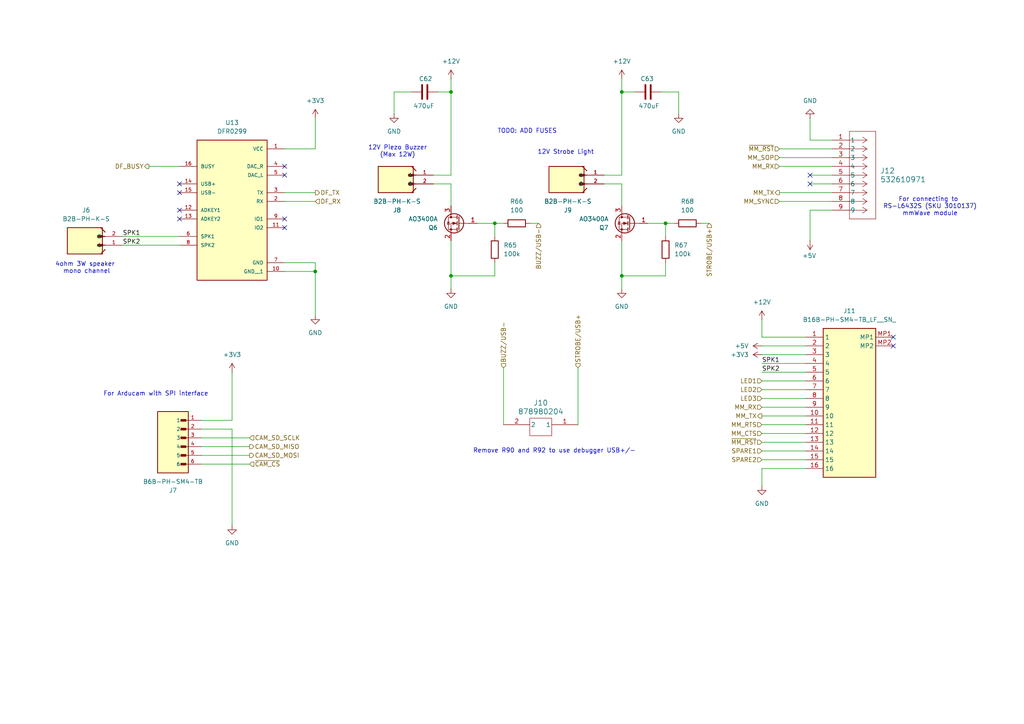
<source format=kicad_sch>
(kicad_sch (version 20250114) (generator "eeschema") (generator_version "9.0")
  (paper "A4")
  (lib_symbols
    (symbol "532610971:532610971" (pin_names (offset 0.254))
      (property "Reference" "J" (at 8.89 6.35 0))
      (property "Value" "532610971" (at 0 0 0))
      (symbol "532610971_1_1"
        (polyline (pts (xy 5.08 2.54) (xy 5.08 -22.86)) (stroke (width 0.127)))
        (polyline (pts (xy 5.08 -22.86) (xy 12.7 -22.86)) (stroke (width 0.127)))
        (polyline (pts (xy 10.16 0) (xy 5.08 0)) (stroke (width 0.127)))
        (polyline (pts (xy 10.16 0) (xy 8.89 0.8467)) (stroke (width 0.127)))
        (polyline (pts (xy 10.16 0) (xy 8.89 -0.8467)) (stroke (width 0.127)))
        (polyline (pts (xy 10.16 -2.54) (xy 5.08 -2.54)) (stroke (width 0.127)))
        (polyline (pts (xy 10.16 -2.54) (xy 8.89 -1.6933)) (stroke (width 0.127)))
        (polyline (pts (xy 10.16 -2.54) (xy 8.89 -3.3867)) (stroke (width 0.127)))
        (polyline (pts (xy 10.16 -5.08) (xy 5.08 -5.08)) (stroke (width 0.127)))
        (polyline (pts (xy 10.16 -5.08) (xy 8.89 -4.2333)) (stroke (width 0.127)))
        (polyline (pts (xy 10.16 -5.08) (xy 8.89 -5.9267)) (stroke (width 0.127)))
        (polyline (pts (xy 10.16 -7.62) (xy 5.08 -7.62)) (stroke (width 0.127)))
        (polyline (pts (xy 10.16 -7.62) (xy 8.89 -6.7733)) (stroke (width 0.127)))
        (polyline (pts (xy 10.16 -7.62) (xy 8.89 -8.4667)) (stroke (width 0.127)))
        (polyline (pts (xy 10.16 -10.16) (xy 5.08 -10.16)) (stroke (width 0.127)))
        (polyline (pts (xy 10.16 -10.16) (xy 8.89 -9.3133)) (stroke (width 0.127)))
        (polyline (pts (xy 10.16 -10.16) (xy 8.89 -11.0067)) (stroke (width 0.127)))
        (polyline (pts (xy 10.16 -12.7) (xy 5.08 -12.7)) (stroke (width 0.127)))
        (polyline (pts (xy 10.16 -12.7) (xy 8.89 -11.8533)) (stroke (width 0.127)))
        (polyline (pts (xy 10.16 -12.7) (xy 8.89 -13.5467)) (stroke (width 0.127)))
        (polyline (pts (xy 10.16 -15.24) (xy 5.08 -15.24)) (stroke (width 0.127)))
        (polyline (pts (xy 10.16 -15.24) (xy 8.89 -14.3933)) (stroke (width 0.127)))
        (polyline (pts (xy 10.16 -15.24) (xy 8.89 -16.0867)) (stroke (width 0.127)))
        (polyline (pts (xy 10.16 -17.78) (xy 5.08 -17.78)) (stroke (width 0.127)))
        (polyline (pts (xy 10.16 -17.78) (xy 8.89 -16.9333)) (stroke (width 0.127)))
        (polyline (pts (xy 10.16 -17.78) (xy 8.89 -18.6267)) (stroke (width 0.127)))
        (polyline (pts (xy 10.16 -20.32) (xy 5.08 -20.32)) (stroke (width 0.127)))
        (polyline (pts (xy 10.16 -20.32) (xy 8.89 -19.4733)) (stroke (width 0.127)))
        (polyline (pts (xy 10.16 -20.32) (xy 8.89 -21.1667)) (stroke (width 0.127)))
        (polyline (pts (xy 12.7 2.54) (xy 5.08 2.54)) (stroke (width 0.127)))
        (polyline (pts (xy 12.7 -22.86) (xy 12.7 2.54)) (stroke (width 0.127)))
        (pin unspecified line (at 0 0 0) (length 5.08) (name "1") (number "1"))
        (pin unspecified line (at 0 -2.54 0) (length 5.08) (name "2") (number "2"))
        (pin unspecified line (at 0 -5.08 0) (length 5.08) (name "3") (number "3"))
        (pin unspecified line (at 0 -7.62 0) (length 5.08) (name "4") (number "4"))
        (pin unspecified line (at 0 -10.16 0) (length 5.08) (name "5") (number "5"))
        (pin unspecified line (at 0 -12.7 0) (length 5.08) (name "6") (number "6"))
        (pin unspecified line (at 0 -15.24 0) (length 5.08) (name "7") (number "7"))
        (pin unspecified line (at 0 -17.78 0) (length 5.08) (name "8") (number "8"))
        (pin unspecified line (at 0 -20.32 0) (length 5.08) (name "9") (number "9"))
      )
      (symbol "532610971_1_2"
        (polyline (pts (xy 5.08 2.54) (xy 5.08 -22.86)) (stroke (width 0.127)))
        (polyline (pts (xy 5.08 -22.86) (xy 12.7 -22.86)) (stroke (width 0.127)))
        (polyline (pts (xy 7.62 0) (xy 5.08 0)) (stroke (width 0.127)))
        (polyline (pts (xy 7.62 0) (xy 8.89 0.8467)) (stroke (width 0.127)))
        (polyline (pts (xy 7.62 0) (xy 8.89 -0.8467)) (stroke (width 0.127)))
        (polyline (pts (xy 7.62 -2.54) (xy 5.08 -2.54)) (stroke (width 0.127)))
        (polyline (pts (xy 7.62 -2.54) (xy 8.89 -1.6933)) (stroke (width 0.127)))
        (polyline (pts (xy 7.62 -2.54) (xy 8.89 -3.3867)) (stroke (width 0.127)))
        (polyline (pts (xy 7.62 -5.08) (xy 5.08 -5.08)) (stroke (width 0.127)))
        (polyline (pts (xy 7.62 -5.08) (xy 8.89 -4.2333)) (stroke (width 0.127)))
        (polyline (pts (xy 7.62 -5.08) (xy 8.89 -5.9267)) (stroke (width 0.127)))
        (polyline (pts (xy 7.62 -7.62) (xy 5.08 -7.62)) (stroke (width 0.127)))
        (polyline (pts (xy 7.62 -7.62) (xy 8.89 -6.7733)) (stroke (width 0.127)))
        (polyline (pts (xy 7.62 -7.62) (xy 8.89 -8.4667)) (stroke (width 0.127)))
        (polyline (pts (xy 7.62 -10.16) (xy 5.08 -10.16)) (stroke (width 0.127)))
        (polyline (pts (xy 7.62 -10.16) (xy 8.89 -9.3133)) (stroke (width 0.127)))
        (polyline (pts (xy 7.62 -10.16) (xy 8.89 -11.0067)) (stroke (width 0.127)))
        (polyline (pts (xy 7.62 -12.7) (xy 5.08 -12.7)) (stroke (width 0.127)))
        (polyline (pts (xy 7.62 -12.7) (xy 8.89 -11.8533)) (stroke (width 0.127)))
        (polyline (pts (xy 7.62 -12.7) (xy 8.89 -13.5467)) (stroke (width 0.127)))
        (polyline (pts (xy 7.62 -15.24) (xy 5.08 -15.24)) (stroke (width 0.127)))
        (polyline (pts (xy 7.62 -15.24) (xy 8.89 -14.3933)) (stroke (width 0.127)))
        (polyline (pts (xy 7.62 -15.24) (xy 8.89 -16.0867)) (stroke (width 0.127)))
        (polyline (pts (xy 7.62 -17.78) (xy 5.08 -17.78)) (stroke (width 0.127)))
        (polyline (pts (xy 7.62 -17.78) (xy 8.89 -16.9333)) (stroke (width 0.127)))
        (polyline (pts (xy 7.62 -17.78) (xy 8.89 -18.6267)) (stroke (width 0.127)))
        (polyline (pts (xy 7.62 -20.32) (xy 5.08 -20.32)) (stroke (width 0.127)))
        (polyline (pts (xy 7.62 -20.32) (xy 8.89 -19.4733)) (stroke (width 0.127)))
        (polyline (pts (xy 7.62 -20.32) (xy 8.89 -21.1667)) (stroke (width 0.127)))
        (polyline (pts (xy 12.7 2.54) (xy 5.08 2.54)) (stroke (width 0.127)))
        (polyline (pts (xy 12.7 -22.86) (xy 12.7 2.54)) (stroke (width 0.127)))
        (pin unspecified line (at 0 0 0) (length 5.08) (name "1") (number "1"))
        (pin unspecified line (at 0 -2.54 0) (length 5.08) (name "2") (number "2"))
        (pin unspecified line (at 0 -5.08 0) (length 5.08) (name "3") (number "3"))
        (pin unspecified line (at 0 -7.62 0) (length 5.08) (name "4") (number "4"))
        (pin unspecified line (at 0 -10.16 0) (length 5.08) (name "5") (number "5"))
        (pin unspecified line (at 0 -12.7 0) (length 5.08) (name "6") (number "6"))
        (pin unspecified line (at 0 -15.24 0) (length 5.08) (name "7") (number "7"))
        (pin unspecified line (at 0 -17.78 0) (length 5.08) (name "8") (number "8"))
        (pin unspecified line (at 0 -20.32 0) (length 5.08) (name "9") (number "9"))
      )
    )
    (symbol "87898-0204:878980204" (pin_names (offset 0.254))
      (property "Reference" "J" (at 20.32 10.16 0))
      (property "Value" "878980204" (at 20.32 7.62 0))
      (symbol "878980204_0_1"
        (polyline (pts (xy 16.51 3.175) (xy 16.51 -1.905)) (stroke (width 0.127)))
        (polyline (pts (xy 16.51 -1.905) (xy 22.86 -1.905)) (stroke (width 0.127)))
        (polyline (pts (xy 22.86 3.175) (xy 16.51 3.175)) (stroke (width 0.127)))
        (polyline (pts (xy 22.86 -1.905) (xy 22.86 3.175)) (stroke (width 0.127)))
        (pin unspecified line (at 8.89 0 0) (length 7.62) (name "1") (number "1"))
        (pin unspecified line (at 30.48 0 180) (length 7.62) (name "2") (number "2"))
      )
    )
    (symbol "B16B-PH-SM4-TB_LF__SN_:B16B-PH-SM4-TB_LF__SN_"
      (property "Reference" "J" (at 21.59 7.62 0))
      (property "Value" "B16B-PH-SM4-TB_LF__SN_" (at 21.59 5.08 0))
      (symbol "B16B-PH-SM4-TB_LF__SN__1_1"
        (rectangle (start 5.08 2.54) (end 20.32 -40.64) (stroke (width 0.254)) (fill (type background)))
        (pin passive line (at 0 0 0) (length 5.08) (name "1") (number "1"))
        (pin passive line (at 0 -2.54 0) (length 5.08) (name "2") (number "2"))
        (pin passive line (at 0 -5.08 0) (length 5.08) (name "3") (number "3"))
        (pin passive line (at 0 -7.62 0) (length 5.08) (name "4") (number "4"))
        (pin passive line (at 0 -10.16 0) (length 5.08) (name "5") (number "5"))
        (pin passive line (at 0 -12.7 0) (length 5.08) (name "6") (number "6"))
        (pin passive line (at 0 -15.24 0) (length 5.08) (name "7") (number "7"))
        (pin passive line (at 0 -17.78 0) (length 5.08) (name "8") (number "8"))
        (pin passive line (at 0 -20.32 0) (length 5.08) (name "9") (number "9"))
        (pin passive line (at 0 -22.86 0) (length 5.08) (name "10") (number "10"))
        (pin passive line (at 0 -25.4 0) (length 5.08) (name "11") (number "11"))
        (pin passive line (at 0 -27.94 0) (length 5.08) (name "12") (number "12"))
        (pin passive line (at 0 -30.48 0) (length 5.08) (name "13") (number "13"))
        (pin passive line (at 0 -33.02 0) (length 5.08) (name "14") (number "14"))
        (pin passive line (at 0 -35.56 0) (length 5.08) (name "15") (number "15"))
        (pin passive line (at 0 -38.1 0) (length 5.08) (name "16") (number "16"))
        (pin passive line (at 25.4 0 180) (length 5.08) (name "MP1") (number "MP1"))
        (pin passive line (at 25.4 -2.54 180) (length 5.08) (name "MP2") (number "MP2"))
      )
    )
    (symbol "B2B-PH-K-S:B2B-PH-K-S" (pin_names (offset 1.016))
      (property "Reference" "J" (at -5.58 5.08 0))
      (property "Value" "B2B-PH-K-S" (at -5.08 -5.08 0))
      (symbol "B2B-PH-K-S_0_0"
        (polyline (pts (xy -5.08 3.81) (xy -3.81 5.08)) (stroke (width 0.254)))
        (polyline (pts (xy -5.08 2.54) (xy -3.175 2.54)) (stroke (width 0.254)))
        (polyline (pts (xy -5.08 0) (xy -3.175 0)) (stroke (width 0.254)))
        (polyline (pts (xy -5.08 -1.27) (xy -3.81 -2.54)) (stroke (width 0.254)))
        (rectangle (start -4.445 2.2225) (end -2.8575 2.8575) (stroke (width 0.1)) (fill (type outline)))
        (rectangle (start -4.445 -0.3175) (end -2.8575 0.3175) (stroke (width 0.1)) (fill (type outline)))
        (rectangle (start -4.2863 -2.54) (end 5.8738 5.08) (stroke (width 0.254)) (fill (type background)))
        (pin passive line (at -10.16 2.54 0) (length 5.08) (name "1") (number "1"))
        (pin passive line (at -10.16 0 0) (length 5.08) (name "2") (number "2"))
      )
    )
    (symbol "B6B-PH-SM4-TB:B6B-PH-SM4-TB" (pin_names (offset 1.016))
      (property "Reference" "J" (at -2.54 8.382 0))
      (property "Value" "B6B-PH-SM4-TB" (at -2.54 -12.7 0))
      (symbol "B6B-PH-SM4-TB_0_0"
        (rectangle (start -3.81 -10.16) (end 5.08 7.62) (stroke (width 0.254)) (fill (type background)))
        (rectangle (start -3.175 4.7625) (end -1.5875 5.3975) (stroke (width 0.1)) (fill (type outline)))
        (rectangle (start -3.175 2.2225) (end -1.5875 2.8575) (stroke (width 0.1)) (fill (type outline)))
        (rectangle (start -3.175 -0.3175) (end -1.5875 0.3175) (stroke (width 0.1)) (fill (type outline)))
        (rectangle (start -3.175 -2.8575) (end -1.5875 -2.2225) (stroke (width 0.1)) (fill (type outline)))
        (rectangle (start -3.175 -5.3975) (end -1.5875 -4.7625) (stroke (width 0.1)) (fill (type outline)))
        (rectangle (start -3.175 -7.9375) (end -1.5875 -7.3025) (stroke (width 0.1)) (fill (type outline)))
        (pin passive line (at -7.62 5.08 0) (length 5.08) (name "1") (number "1"))
        (pin passive line (at -7.62 2.54 0) (length 5.08) (name "2") (number "2"))
        (pin passive line (at -7.62 0 0) (length 5.08) (name "3") (number "3"))
        (pin passive line (at -7.62 -2.54 0) (length 5.08) (name "4") (number "4"))
        (pin passive line (at -7.62 -5.08 0) (length 5.08) (name "5") (number "5"))
        (pin passive line (at -7.62 -7.62 0) (length 5.08) (name "6") (number "6"))
      )
    )
    (symbol "DFR0299:DFR0299" (pin_names (offset 1.016))
      (property "Reference" "U" (at -10.16 18.542 0))
      (property "Value" "DFR0299" (at -10.16 -25.4 0))
      (symbol "DFR0299_0_0"
        (rectangle (start -10.16 -22.86) (end 10.16 17.78) (stroke (width 0.254)) (fill (type background)))
        (pin input line (at -15.24 10.16 0) (length 5.08) (name "BUSY") (number "16"))
        (pin input line (at -15.24 5.08 0) (length 5.08) (name "USB+") (number "14"))
        (pin input line (at -15.24 2.54 0) (length 5.08) (name "USB-") (number "15"))
        (pin input line (at -15.24 -2.54 0) (length 5.08) (name "ADKEY1") (number "12"))
        (pin input line (at -15.24 -5.08 0) (length 5.08) (name "ADKEY2") (number "13"))
        (pin passive line (at -15.24 -10.16 0) (length 5.08) (name "SPK1") (number "6"))
        (pin passive line (at -15.24 -12.7 0) (length 5.08) (name "SPK2") (number "8"))
        (pin power_in line (at 15.24 15.24 180) (length 5.08) (name "VCC") (number "1"))
        (pin output line (at 15.24 10.16 180) (length 5.08) (name "DAC_R") (number "4"))
        (pin output line (at 15.24 7.62 180) (length 5.08) (name "DAC_L") (number "5"))
        (pin output line (at 15.24 2.54 180) (length 5.08) (name "TX") (number "3"))
        (pin input line (at 15.24 0 180) (length 5.08) (name "RX") (number "2"))
        (pin bidirectional line (at 15.24 -5.08 180) (length 5.08) (name "IO1") (number "9"))
        (pin bidirectional line (at 15.24 -7.62 180) (length 5.08) (name "IO2") (number "11"))
        (pin power_in line (at 15.24 -17.78 180) (length 5.08) (name "GND") (number "7"))
        (pin power_in line (at 15.24 -20.32 180) (length 5.08) (name "GND__1") (number "10"))
      )
    )
    (symbol "Device:C" (pin_numbers (hide yes)) (pin_names (offset 0.254))
      (property "Reference" "C" (at 0.635 2.54 0))
      (property "Value" "C" (at 0.635 -2.54 0))
      (symbol "C_0_1"
        (polyline (pts (xy -2.032 0.762) (xy 2.032 0.762)) (stroke (width 0.508)))
        (polyline (pts (xy -2.032 -0.762) (xy 2.032 -0.762)) (stroke (width 0.508)))
      )
      (symbol "C_1_1"
        (pin passive line (at 0 3.81 270) (length 2.794) (name "~") (number "1"))
        (pin passive line (at 0 -3.81 90) (length 2.794) (name "~") (number "2"))
      )
    )
    (symbol "Device:R" (pin_numbers (hide yes)) (pin_names (offset 0))
      (property "Reference" "R" (at 2.032 0 90))
      (property "Value" "R" (at 0 0 90))
      (symbol "R_0_1"
        (rectangle (start -1.016 -2.54) (end 1.016 2.54) (stroke (width 0.254)))
      )
      (symbol "R_1_1"
        (pin passive line (at 0 3.81 270) (length 1.27) (name "~") (number "1"))
        (pin passive line (at 0 -3.81 90) (length 1.27) (name "~") (number "2"))
      )
    )
    (symbol "Transistor_FET:AO3400A" (pin_names (offset 0) (hide yes))
      (property "Reference" "Q" (at 5.08 1.905 0))
      (property "Value" "AO3400A" (at 5.08 0 0))
      (symbol "AO3400A_0_1"
        (polyline (pts (xy 0.254 1.905) (xy 0.254 -1.905)) (stroke (width 0.254)))
        (polyline (pts (xy 0.254 0) (xy -2.54 0)))
        (polyline (pts (xy 0.762 2.286) (xy 0.762 1.27)) (stroke (width 0.254)))
        (polyline (pts (xy 0.762 0.508) (xy 0.762 -0.508)) (stroke (width 0.254)))
        (polyline (pts (xy 0.762 -1.27) (xy 0.762 -2.286)) (stroke (width 0.254)))
        (polyline (pts (xy 0.762 -1.778) (xy 3.302 -1.778) (xy 3.302 1.778) (xy 0.762 1.778)))
        (polyline (pts (xy 1.016 0) (xy 2.032 0.381) (xy 2.032 -0.381) (xy 1.016 0)) (fill (type outline)))
        (circle (center 1.651 0) (radius 2.794) (stroke (width 0.254)))
        (polyline (pts (xy 2.54 2.54) (xy 2.54 1.778)))
        (circle (center 2.54 1.778) (radius 0.254) (fill (type outline)))
        (circle (center 2.54 -1.778) (radius 0.254) (fill (type outline)))
        (polyline (pts (xy 2.54 -2.54) (xy 2.54 0) (xy 0.762 0)))
        (polyline (pts (xy 2.921 0.381) (xy 3.683 0.381)))
        (polyline (pts (xy 3.302 0.381) (xy 2.921 -0.254) (xy 3.683 -0.254) (xy 3.302 0.381)))
      )
      (symbol "AO3400A_1_1"
        (pin input line (at -5.08 0 0) (length 2.54) (name "G") (number "1"))
        (pin passive line (at 2.54 5.08 270) (length 2.54) (name "D") (number "3"))
        (pin passive line (at 2.54 -5.08 90) (length 2.54) (name "S") (number "2"))
      )
    )
    (symbol "power:+12V" (power) (pin_numbers (hide yes)) (pin_names (offset 0) (hide yes))
      (property "Value" "+12V" (at 0 3.556 0))
      (symbol "+12V_0_1"
        (polyline (pts (xy -0.762 1.27) (xy 0 2.54)))
        (polyline (pts (xy 0 2.54) (xy 0.762 1.27)))
        (polyline (pts (xy 0 0) (xy 0 2.54)))
      )
      (symbol "+12V_1_1"
        (pin power_in line (at 0 0 90) (length 0) (name "~") (number "1"))
      )
    )
    (symbol "power:+3V3" (power) (pin_numbers (hide yes)) (pin_names (offset 0) (hide yes))
      (property "Value" "+3V3" (at 0 3.556 0))
      (symbol "+3V3_0_1"
        (polyline (pts (xy -0.762 1.27) (xy 0 2.54)))
        (polyline (pts (xy 0 2.54) (xy 0.762 1.27)))
        (polyline (pts (xy 0 0) (xy 0 2.54)))
      )
      (symbol "+3V3_1_1"
        (pin power_in line (at 0 0 90) (length 0) (name "~") (number "1"))
      )
    )
    (symbol "power:+5V" (power) (pin_numbers (hide yes)) (pin_names (offset 0) (hide yes))
      (property "Value" "+5V" (at 0 3.556 0))
      (symbol "+5V_0_1"
        (polyline (pts (xy -0.762 1.27) (xy 0 2.54)))
        (polyline (pts (xy 0 2.54) (xy 0.762 1.27)))
        (polyline (pts (xy 0 0) (xy 0 2.54)))
      )
      (symbol "+5V_1_1"
        (pin power_in line (at 0 0 90) (length 0) (name "~") (number "1"))
      )
    )
    (symbol "power:GND" (power) (pin_numbers (hide yes)) (pin_names (offset 0) (hide yes))
      (property "Value" "GND" (at 0 -3.81 0))
      (symbol "GND_0_1"
        (polyline (pts (xy 0 0) (xy 0 -1.27) (xy 1.27 -1.27) (xy 0 -2.54) (xy -1.27 -1.27) (xy 0 -1.27)))
      )
      (symbol "GND_1_1"
        (pin power_in line (at 0 0 270) (length 0) (name "~") (number "1"))
      )
    )
  )
  (text "TODO: ADD FUSES" (at 152.908 38.1 0) (effects (font (size 1.27 1.27))))
  (text "12V Strobe Light\n" (at 164.084 44.196 0) (effects (font (size 1.27 1.27))))
  (text "Remove R90 and R92 to use debugger USB+/-" (at 160.782 130.81 0) (effects (font (size 1.27 1.27))))
  (text "12V Piezo Buzzer\n(Max 12W)" (at 115.316 43.942 0) (effects (font (size 1.27 1.27))))
  (text "4ohm 3W speaker \nmono channel" (at 25.146 77.724 0) (effects (font (size 1.27 1.27))))
  (text "For connecting to \nRS-L6432S (SKU 3010137)\nmmWave module" (at 269.748 59.944 0) (effects (font (size 1.27 1.27))))
  (text "For Arducam with SPI interface" (at 45.212 114.3 0) (effects (font (size 1.27 1.27))))
  (junction (at 143.51 64.77))
  (junction (at 130.81 80.01))
  (junction (at 193.04 64.77))
  (junction (at 180.34 26.67))
  (junction (at 91.44 78.74))
  (junction (at 180.34 80.01))
  (junction (at 130.81 26.67))
  (no_connect (at 52.07 53.34))
  (no_connect (at 52.07 63.5))
  (no_connect (at 234.95 53.34))
  (no_connect (at 259.08 100.33))
  (no_connect (at 52.07 60.96))
  (no_connect (at 82.55 63.5))
  (no_connect (at 82.55 48.26))
  (no_connect (at 234.95 50.8))
  (no_connect (at 82.55 66.04))
  (no_connect (at 259.08 97.79))
  (no_connect (at 82.55 50.8))
  (no_connect (at 52.07 55.88))
  (wire (pts (xy 91.44 43.18) (xy 91.44 34.29)))
  (wire (pts (xy 220.98 110.49) (xy 233.68 110.49)))
  (wire (pts (xy 226.06 43.18) (xy 241.3 43.18)))
  (wire (pts (xy 234.95 50.8) (xy 241.3 50.8)))
  (wire (pts (xy 35.56 68.58) (xy 52.07 68.58)))
  (wire (pts (xy 180.34 26.67) (xy 180.34 50.8)))
  (wire (pts (xy 125.73 50.8) (xy 130.81 50.8)))
  (wire (pts (xy 114.3 33.02) (xy 114.3 26.67)))
  (wire (pts (xy 180.34 22.86) (xy 180.34 26.67)))
  (wire (pts (xy 143.51 64.77) (xy 138.43 64.77)))
  (wire (pts (xy 167.64 106.68) (xy 167.64 123.19)))
  (wire (pts (xy 196.85 33.02) (xy 196.85 26.67)))
  (wire (pts (xy 234.95 40.64) (xy 234.95 34.29)))
  (wire (pts (xy 143.51 64.77) (xy 146.05 64.77)))
  (wire (pts (xy 220.98 133.35) (xy 233.68 133.35)))
  (wire (pts (xy 175.26 50.8) (xy 180.34 50.8)))
  (wire (pts (xy 130.81 53.34) (xy 125.73 53.34)))
  (wire (pts (xy 193.04 76.2) (xy 193.04 80.01)))
  (wire (pts (xy 130.81 69.85) (xy 130.81 80.01)))
  (wire (pts (xy 220.98 107.95) (xy 233.68 107.95)))
  (wire (pts (xy 220.98 125.73) (xy 233.68 125.73)))
  (wire (pts (xy 130.81 22.86) (xy 130.81 26.67)))
  (wire (pts (xy 193.04 64.77) (xy 187.96 64.77)))
  (wire (pts (xy 220.98 135.89) (xy 233.68 135.89)))
  (wire (pts (xy 220.98 123.19) (xy 233.68 123.19)))
  (wire (pts (xy 91.44 78.74) (xy 91.44 91.44)))
  (wire (pts (xy 91.44 76.2) (xy 91.44 78.74)))
  (wire (pts (xy 196.85 26.67) (xy 191.77 26.67)))
  (wire (pts (xy 226.06 45.72) (xy 241.3 45.72)))
  (wire (pts (xy 233.68 97.79) (xy 220.98 97.79)))
  (wire (pts (xy 220.98 100.33) (xy 233.68 100.33)))
  (wire (pts (xy 35.56 71.12) (xy 52.07 71.12)))
  (wire (pts (xy 146.05 106.68) (xy 146.05 123.19)))
  (wire (pts (xy 180.34 69.85) (xy 180.34 80.01)))
  (wire (pts (xy 43.18 48.26) (xy 52.07 48.26)))
  (wire (pts (xy 82.55 76.2) (xy 91.44 76.2)))
  (wire (pts (xy 127 26.67) (xy 130.81 26.67)))
  (wire (pts (xy 226.06 55.88) (xy 241.3 55.88)))
  (wire (pts (xy 220.98 118.11) (xy 233.68 118.11)))
  (wire (pts (xy 130.81 53.34) (xy 130.81 59.69)))
  (wire (pts (xy 58.42 132.08) (xy 72.39 132.08)))
  (wire (pts (xy 58.42 124.46) (xy 67.31 124.46)))
  (wire (pts (xy 82.55 58.42) (xy 91.44 58.42)))
  (wire (pts (xy 180.34 53.34) (xy 175.26 53.34)))
  (wire (pts (xy 130.81 26.67) (xy 130.81 50.8)))
  (wire (pts (xy 226.06 58.42) (xy 241.3 58.42)))
  (wire (pts (xy 82.55 78.74) (xy 91.44 78.74)))
  (wire (pts (xy 180.34 80.01) (xy 180.34 83.82)))
  (wire (pts (xy 220.98 102.87) (xy 233.68 102.87)))
  (wire (pts (xy 193.04 80.01) (xy 180.34 80.01)))
  (wire (pts (xy 220.98 128.27) (xy 233.68 128.27)))
  (wire (pts (xy 143.51 68.58) (xy 143.51 64.77)))
  (wire (pts (xy 241.3 60.96) (xy 234.95 60.96)))
  (wire (pts (xy 220.98 113.03) (xy 233.68 113.03)))
  (wire (pts (xy 226.06 48.26) (xy 241.3 48.26)))
  (wire (pts (xy 220.98 115.57) (xy 233.68 115.57)))
  (wire (pts (xy 82.55 43.18) (xy 91.44 43.18)))
  (wire (pts (xy 220.98 105.41) (xy 233.68 105.41)))
  (wire (pts (xy 143.51 80.01) (xy 130.81 80.01)))
  (wire (pts (xy 180.34 53.34) (xy 180.34 59.69)))
  (wire (pts (xy 184.15 26.67) (xy 180.34 26.67)))
  (wire (pts (xy 203.2 64.77) (xy 205.74 64.77)))
  (wire (pts (xy 58.42 127) (xy 72.39 127)))
  (wire (pts (xy 58.42 129.54) (xy 72.39 129.54)))
  (wire (pts (xy 58.42 134.62) (xy 72.39 134.62)))
  (wire (pts (xy 67.31 124.46) (xy 67.31 152.4)))
  (wire (pts (xy 220.98 92.71) (xy 220.98 97.79)))
  (wire (pts (xy 241.3 40.64) (xy 234.95 40.64)))
  (wire (pts (xy 58.42 121.92) (xy 67.31 121.92)))
  (wire (pts (xy 193.04 68.58) (xy 193.04 64.77)))
  (wire (pts (xy 193.04 64.77) (xy 195.58 64.77)))
  (wire (pts (xy 234.95 60.96) (xy 234.95 69.85)))
  (wire (pts (xy 220.98 130.81) (xy 233.68 130.81)))
  (wire (pts (xy 82.55 55.88) (xy 91.44 55.88)))
  (wire (pts (xy 234.95 53.34) (xy 241.3 53.34)))
  (wire (pts (xy 220.98 120.65) (xy 233.68 120.65)))
  (wire (pts (xy 67.31 107.95) (xy 67.31 121.92)))
  (wire (pts (xy 114.3 26.67) (xy 119.38 26.67)))
  (wire (pts (xy 130.81 80.01) (xy 130.81 83.82)))
  (wire (pts (xy 220.98 140.97) (xy 220.98 135.89)))
  (wire (pts (xy 143.51 76.2) (xy 143.51 80.01)))
  (wire (pts (xy 153.67 64.77) (xy 156.21 64.77)))
  (label "SPK2" (at 220.98 107.95 0))
  (label "SPK2" (at 35.56 71.12 0))
  (label "SPK1" (at 220.98 105.41 0))
  (label "SPK1" (at 35.56 68.58 0))
  (hierarchical_label "MM_TX" (shape output) (at 226.06 55.88 180))
  (hierarchical_label "SPARE2" (shape input) (at 220.98 133.35 180))
  (hierarchical_label "~{CAM_CS}" (shape input) (at 72.39 134.62 0))
  (hierarchical_label "STROBE{slash}USB+" (shape input) (at 205.74 64.77 270))
  (hierarchical_label "LED1" (shape input) (at 220.98 110.49 180))
  (hierarchical_label "~{MM_RST}" (shape input) (at 220.98 128.27 180))
  (hierarchical_label "BUZZ{slash}USB-" (shape input) (at 156.21 64.77 270))
  (hierarchical_label "CAM_SD_MOSI" (shape output) (at 72.39 132.08 0))
  (hierarchical_label "MM_RX" (shape input) (at 220.98 118.11 180))
  (hierarchical_label "MM_SOP" (shape input) (at 226.06 45.72 180))
  (hierarchical_label "MM_RTS" (shape input) (at 220.98 123.19 180))
  (hierarchical_label "DF_TX" (shape output) (at 91.44 55.88 0))
  (hierarchical_label "DF_BUSY" (shape output) (at 43.18 48.26 180))
  (hierarchical_label "CAM_SD_MISO" (shape output) (at 72.39 129.54 0))
  (hierarchical_label "MM_CTS" (shape input) (at 220.98 125.73 180))
  (hierarchical_label "MM_RX" (shape input) (at 226.06 48.26 180))
  (hierarchical_label "CAM_SD_SCLK" (shape input) (at 72.39 127 0))
  (hierarchical_label "LED2" (shape input) (at 220.98 113.03 180))
  (hierarchical_label "~{MM_RST}" (shape input) (at 226.06 43.18 180))
  (hierarchical_label "BUZZ{slash}USB-" (shape input) (at 146.05 106.68 90))
  (hierarchical_label "STROBE{slash}USB+" (shape input) (at 167.64 106.68 90))
  (hierarchical_label "DF_RX" (shape input) (at 91.44 58.42 0))
  (hierarchical_label "SPARE1" (shape input) (at 220.98 130.81 180))
  (hierarchical_label "MM_SYNC" (shape input) (at 226.06 58.42 180))
  (hierarchical_label "MM_TX" (shape output) (at 220.98 120.65 180))
  (hierarchical_label "LED3" (shape input) (at 220.98 115.57 180))
  (symbol (lib_id "power:+12V") (at 180.34 22.86 0) (unit 1)
    (property "Reference" "#PWR0112" (effects (hide yes)))
    (property "Value" "+12V" (at 180.34 17.78 0))
    (property "Description" "Power symbol creates a global label with name \"+12V\"" (effects (hide yes)))
  )
  (symbol (lib_id "DFR0299:DFR0299") (at 67.31 58.42 0) (unit 1)
    (property "Reference" "U13" (at 67.31 35.56 0))
    (property "Value" "DFR0299" (at 67.31 38.1 0))
    (property "Footprint" "DFR0299:MODULE_DFR0299" (effects (hide yes)))
    (property "MF" "DFRobot" (effects (hide yes)))
    (property "DESCRIPTION" "Dfplayer - a Mini Mp3 Player" (effects (hide yes)))
    (property "PACKAGE" "None" (effects (hide yes)))
    (property "PRICE" "None" (effects (hide yes)))
    (property "MP" "DFR0299" (effects (hide yes)))
    (property "AVAILABILITY" "Unavailable" (effects (hide yes)))
  )
  (symbol (lib_id "power:+12V") (at 220.98 92.71 0) (unit 1)
    (property "Reference" "#PWR0115" (effects (hide yes)))
    (property "Value" "+12V" (at 220.98 87.63 0))
    (property "Description" "Power symbol creates a global label with name \"+12V\"" (effects (hide yes)))
  )
  (symbol (lib_id "power:GND") (at 130.81 83.82 0) (unit 1)
    (property "Reference" "#PWR0111" (effects (hide yes)))
    (property "Value" "GND" (at 130.81 88.9 0))
    (property "Description" "Power symbol creates a global label with name \"GND\" , ground" (effects (hide yes)))
  )
  (symbol (lib_id "power:+5V") (at 220.98 100.33 90) (unit 1)
    (property "Reference" "#PWR0116" (effects (hide yes)))
    (property "Value" "+5V" (at 217.17 100.3299 90) (effects (justify left)))
    (property "Description" "Power symbol creates a global label with name \"+5V\"" (effects (hide yes)))
  )
  (symbol (lib_id "power:GND") (at 180.34 83.82 0) (unit 1)
    (property "Reference" "#PWR0113" (effects (hide yes)))
    (property "Value" "GND" (at 180.34 88.9 0))
    (property "Description" "Power symbol creates a global label with name \"GND\" , ground" (effects (hide yes)))
  )
  (symbol (lib_id "B16B-PH-SM4-TB_LF__SN_:B16B-PH-SM4-TB_LF__SN_") (at 233.68 97.79 0) (unit 1)
    (property "Reference" "J11" (at 246.38 90.17 0))
    (property "Value" "B16B-PH-SM4-TB_LF__SN_" (at 246.38 92.71 0))
    (property "Footprint" "B16B-PH-SM4-TB_LF__SN_:B16BPHSM4TBLFSN" (effects (hide yes)))
    (property "Datasheet" "http://www.jst-mfg.com/product/pdf/eng/ePH.pdf" (effects (hide yes)))
    (property "Description" "CONN HEADER SMD 16POS 2MM" (effects (hide yes)))
    (property "Height" "6.6" (effects (hide yes)))
    (property "Manufacturer_Name" "JST (JAPAN SOLDERLESS TERMINALS)" (effects (hide yes)))
    (property "Manufacturer_Part_Number" "B16B-PH-SM4-TB(LF)(SN)" (effects (hide yes)))
    (property "Mouser Part Number" "306-B16BPHSM4TBLFSN" (effects (hide yes)))
    (property "Mouser Price/Stock" "https://www.mouser.co.uk/ProductDetail/JST-Commercial/B16B-PH-SM4-TBLFSN?qs=QpmGXVUTftHbk9%252BolgVqeQ%3D%3D" (effects (hide yes)))
  )
  (symbol (lib_id "power:+3V3") (at 91.44 34.29 0) (unit 1)
    (property "Reference" "#PWR0107" (effects (hide yes)))
    (property "Value" "+3V3" (at 91.44 29.21 0))
    (property "Description" "Power symbol creates a global label with name \"+3V3\"" (effects (hide yes)))
  )
  (symbol (lib_id "Device:R") (at 199.39 64.77 90) (unit 1)
    (property "Reference" "R68" (at 199.39 58.42 90))
    (property "Value" "100" (at 199.39 60.96 90))
    (property "Footprint" "Resistor_SMD:R_0603_1608Metric" (effects (hide yes)))
    (property "Description" "Resistor" (effects (hide yes)))
  )
  (symbol (lib_id "B2B-PH-K-S:B2B-PH-K-S") (at 165.1 53.34 0) (mirror y) (unit 1)
    (property "Reference" "J9" (at 164.7031 60.96 0))
    (property "Value" "B2B-PH-K-S" (at 164.7031 58.42 0))
    (property "Footprint" "B2B-PH-K-S:JST_B2B-PH-K-S" (effects (hide yes)))
    (property "MANUFACTURER" "JST" (effects (hide yes)))
  )
  (symbol (lib_id "Device:C") (at 187.96 26.67 270) (mirror x) (unit 1)
    (property "Reference" "C63" (at 187.706 22.86 90))
    (property "Value" "470uF" (at 188.214 30.734 90))
    (property "Footprint" "Capacitor_THT:CP_Radial_D10.0mm_P5.00mm" (effects (hide yes)))
    (property "Description" "Unpolarized capacitor" (effects (hide yes)))
  )
  (symbol (lib_id "Device:R") (at 143.51 72.39 0) (unit 1)
    (property "Reference" "R65" (at 146.05 71.1199 0) (effects (justify left)))
    (property "Value" "100k" (at 146.05 73.6599 0) (effects (justify left)))
    (property "Footprint" "Resistor_SMD:R_0603_1608Metric" (effects (hide yes)))
    (property "Description" "Resistor" (effects (hide yes)))
  )
  (symbol (lib_id "B6B-PH-SM4-TB:B6B-PH-SM4-TB") (at 50.8 127 0) (mirror y) (unit 1)
    (property "Reference" "J7" (at 50.165 142.24 0))
    (property "Value" "B6B-PH-SM4-TB" (at 50.165 139.7 0))
    (property "Footprint" "B6B-PH-SM4-TB:JST_B6B-PH-SM4-TB" (effects (hide yes)))
    (property "PARTREV" "N/A" (effects (hide yes)))
    (property "MANUFACTURER" "JST" (effects (hide yes)))
    (property "MAXIMUM_PACKAGE_HEIGHT" "6.6mm" (effects (hide yes)))
    (property "STANDARD" "Manufacturer Recommendations" (effects (hide yes)))
  )
  (symbol (lib_id "power:+5V") (at 234.95 69.85 180) (unit 1)
    (property "Reference" "#PWR0120" (effects (hide yes)))
    (property "Value" "+5V" (at 234.696 74.168 0))
    (property "Description" "Power symbol creates a global label with name \"+5V\"" (effects (hide yes)))
  )
  (symbol (lib_id "87898-0204:878980204") (at 176.53 123.19 180) (unit 1)
    (property "Reference" "J10" (at 156.845 116.84 0) (effects (font (size 1.524 1.524))))
    (property "Value" "878980204" (at 156.845 119.38 0) (effects (font (size 1.524 1.524))))
    (property "Footprint" "87898-0204:87898-0204_MOL" (effects (hide yes)))
    (property "Datasheet" "https://www.molex.com/en-us/products/part-detail-pdf/878980204?display=pdf" (effects (hide yes)))
  )
  (symbol (lib_id "power:GND") (at 234.95 34.29 180) (unit 1)
    (property "Reference" "#PWR0119" (effects (hide yes)))
    (property "Value" "GND" (at 234.95 29.21 0))
    (property "Description" "Power symbol creates a global label with name \"GND\" , ground" (effects (hide yes)))
  )
  (symbol (lib_id "power:GND") (at 114.3 33.02 0) (unit 1)
    (property "Reference" "#PWR0109" (effects (hide yes)))
    (property "Value" "GND" (at 114.3 38.1 0))
    (property "Description" "Power symbol creates a global label with name \"GND\" , ground" (effects (hide yes)))
  )
  (symbol (lib_id "Transistor_FET:AO3400A") (at 182.88 64.77 0) (mirror y) (unit 1)
    (property "Reference" "Q7" (at 176.53 66.0401 0) (effects (justify left)))
    (property "Value" "AO3400A" (at 176.53 63.5001 0) (effects (justify left)))
    (property "Footprint" "Package_TO_SOT_SMD:SOT-23" (effects (hide yes)))
    (property "Datasheet" "http://www.aosmd.com/pdfs/datasheet/AO3400A.pdf" (effects (hide yes)))
    (property "Description" "30V Vds, 5.7A Id, N-Channel MOSFET, SOT-23" (effects (hide yes)))
  )
  (symbol (lib_id "Transistor_FET:AO3400A") (at 133.35 64.77 0) (mirror y) (unit 1)
    (property "Reference" "Q6" (at 127 66.0401 0) (effects (justify left)))
    (property "Value" "AO3400A" (at 127 63.5001 0) (effects (justify left)))
    (property "Footprint" "Package_TO_SOT_SMD:SOT-23" (effects (hide yes)))
    (property "Datasheet" "http://www.aosmd.com/pdfs/datasheet/AO3400A.pdf" (effects (hide yes)))
    (property "Description" "30V Vds, 5.7A Id, N-Channel MOSFET, SOT-23" (effects (hide yes)))
  )
  (symbol (lib_id "power:GND") (at 91.44 91.44 0) (unit 1)
    (property "Reference" "#PWR0108" (effects (hide yes)))
    (property "Value" "GND" (at 91.44 96.52 0))
    (property "Description" "Power symbol creates a global label with name \"GND\" , ground" (effects (hide yes)))
  )
  (symbol (lib_id "Device:R") (at 193.04 72.39 0) (unit 1)
    (property "Reference" "R67" (at 195.58 71.1199 0) (effects (justify left)))
    (property "Value" "100k" (at 195.58 73.6599 0) (effects (justify left)))
    (property "Footprint" "Resistor_SMD:R_0603_1608Metric" (effects (hide yes)))
    (property "Description" "Resistor" (effects (hide yes)))
  )
  (symbol (lib_id "Device:R") (at 149.86 64.77 90) (unit 1)
    (property "Reference" "R66" (at 149.86 58.42 90))
    (property "Value" "100" (at 149.86 60.96 90))
    (property "Footprint" "Resistor_SMD:R_0603_1608Metric" (effects (hide yes)))
    (property "Description" "Resistor" (effects (hide yes)))
  )
  (symbol (lib_id "532610971:532610971") (at 241.3 40.64 0) (unit 1)
    (property "Reference" "J12" (at 255.27 49.5299 0) (effects (font (size 1.524 1.524)) (justify left)))
    (property "Value" "532610971" (at 255.27 52.0699 0) (effects (font (size 1.524 1.524)) (justify left)))
    (property "Footprint" "532610971:CONN_532610001-SD_09_MOL" (effects (hide yes)))
    (property "Datasheet" "https://www.molex.com/en-us/products/part-detail-pdf/532610971?display=pdf" (effects (hide yes)))
  )
  (symbol (lib_id "power:+3V3") (at 220.98 102.87 90) (unit 1)
    (property "Reference" "#PWR0117" (effects (hide yes)))
    (property "Value" "+3V3" (at 217.17 102.8699 90) (effects (justify left)))
    (property "Description" "Power symbol creates a global label with name \"+3V3\"" (effects (hide yes)))
  )
  (symbol (lib_id "Device:C") (at 123.19 26.67 90) (unit 1)
    (property "Reference" "C62" (at 123.444 22.86 90))
    (property "Value" "470uF" (at 122.936 30.734 90))
    (property "Footprint" "Capacitor_THT:CP_Radial_D10.0mm_P5.00mm" (effects (hide yes)))
    (property "Description" "Unpolarized capacitor" (effects (hide yes)))
  )
  (symbol (lib_id "power:+12V") (at 130.81 22.86 0) (unit 1)
    (property "Reference" "#PWR0110" (effects (hide yes)))
    (property "Value" "+12V" (at 130.81 17.78 0))
    (property "Description" "Power symbol creates a global label with name \"+12V\"" (effects (hide yes)))
  )
  (symbol (lib_id "power:GND") (at 196.85 33.02 0) (mirror y) (unit 1)
    (property "Reference" "#PWR0114" (effects (hide yes)))
    (property "Value" "GND" (at 196.85 38.1 0))
    (property "Description" "Power symbol creates a global label with name \"GND\" , ground" (effects (hide yes)))
  )
  (symbol (lib_id "B2B-PH-K-S:B2B-PH-K-S") (at 115.57 53.34 0) (mirror y) (unit 1)
    (property "Reference" "J8" (at 115.1731 60.96 0))
    (property "Value" "B2B-PH-K-S" (at 115.1731 58.42 0))
    (property "Footprint" "B2B-PH-K-S:JST_B2B-PH-K-S" (effects (hide yes)))
    (property "MANUFACTURER" "JST" (effects (hide yes)))
  )
  (symbol (lib_id "power:GND") (at 220.98 140.97 0) (unit 1)
    (property "Reference" "#PWR0118" (effects (hide yes)))
    (property "Value" "GND" (at 220.98 146.05 0))
    (property "Description" "Power symbol creates a global label with name \"GND\" , ground" (effects (hide yes)))
  )
  (symbol (lib_id "power:+3V3") (at 67.31 107.95 0) (unit 1)
    (property "Reference" "#PWR0105" (effects (hide yes)))
    (property "Value" "+3V3" (at 67.31 102.87 0))
    (property "Description" "Power symbol creates a global label with name \"+3V3\"" (effects (hide yes)))
  )
  (symbol (lib_id "B2B-PH-K-S:B2B-PH-K-S") (at 25.4 68.58 180) (unit 1)
    (property "Reference" "J6" (at 25.0031 60.96 0))
    (property "Value" "B2B-PH-K-S" (at 25.0031 63.5 0))
    (property "Footprint" "B2B-PH-K-S:JST_B2B-PH-K-S" (effects (hide yes)))
    (property "MANUFACTURER" "JST" (effects (hide yes)))
  )
  (symbol (lib_id "power:GND") (at 67.31 152.4 0) (unit 1)
    (property "Reference" "#PWR0106" (effects (hide yes)))
    (property "Value" "GND" (at 67.31 157.48 0))
    (property "Description" "Power symbol creates a global label with name \"GND\" , ground" (effects (hide yes)))
  )
)
</source>
